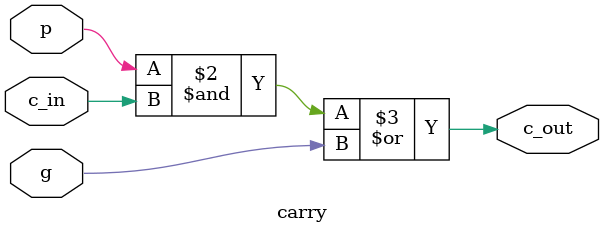
<source format=v>
`timescale 1ns / 1ps


module carry(p, g, c_in, c_out);
input p, g, c_in; 
output reg c_out; 

always @(*) begin
    c_out = (p & c_in) | g; 
end
endmodule

</source>
